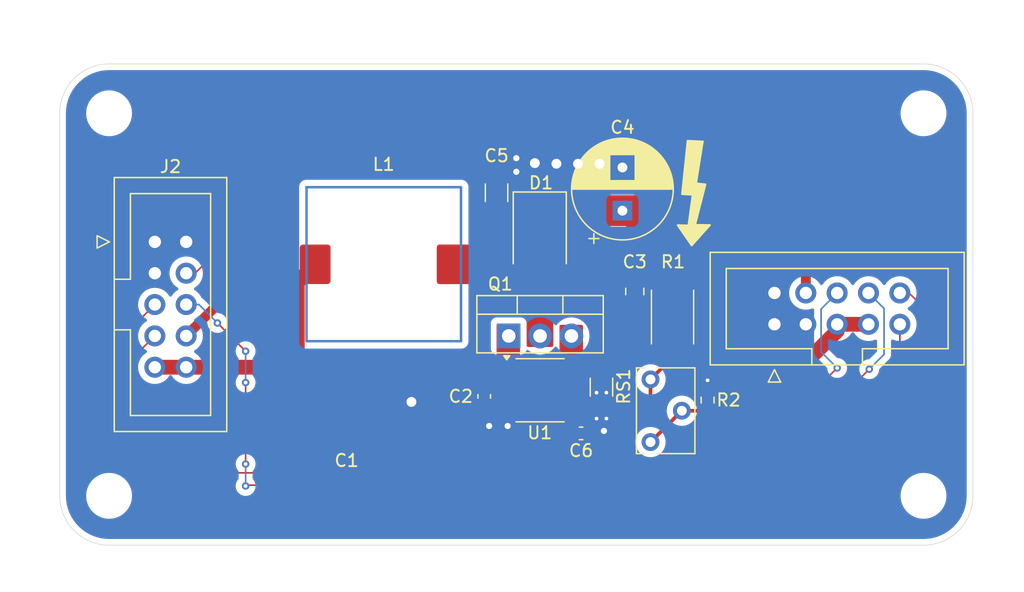
<source format=kicad_pcb>
(kicad_pcb (version 20240108) (generator "pcbnew") (generator_version "8.0")
  (title_block (title "Power Supply PCB") (date "2024-06-06") (rev "0.1.1"))
  (layers (0 "F.Cu" signal) (31 "B.Cu" signal) (34 "B.Paste" user) (35 "F.Paste" user) (36 "B.SilkS" user "B.Silkscreen") (37 "F.SilkS" user "F.Silkscreen") (38 "B.Mask" user) (39 "F.Mask" user) (44 "Edge.Cuts" user))
  (net 0 "")
  (net 1 "GND")
  (net 2 "VBUS")
  (net 3 "170V")
  (net 4 "FB")
  (net 5 "/REF_BYPASS")
  (net 6 "/DRAIN")
  (net 7 "/GATE_DRIVE")
  (net 8 "/CURRENT_SENSE")
  (net 9 "/FB_PD")
  (net 10 "LATCH")
  (net 11 "SER")
  (net 12 "CLK")
  (net 13 "+3V3")
  (net 14 "OE")
  (footprint "Package_SO:SO-8_3.9x4.9mm_P1.27mm" (layer "F.Cu") (at 154.925 92.445)
    (property "Reference" "U1" (at -0.025 3.445 0) (layer "F.SilkS") (effects (font (thickness 0.153))))
    (property "Value" "MAX1771ESA+T" (hide yes))
    (fp_line (start 0 -2.56) (end -1.95 -2.56) (stroke (width 0.12)) (layer "F.SilkS"))
    (fp_line (start 0 -2.56) (end 1.95 -2.56) (stroke (width 0.12)) (layer "F.SilkS"))
    (fp_line (start 0 2.56) (end -1.95 2.56) (stroke (width 0.12)) (layer "F.SilkS"))
    (fp_line (start 0 2.56) (end 1.95 2.56) (stroke (width 0.12)) (layer "F.SilkS"))
    (fp_poly (pts (xy -2.7 -2.465) (xy -2.94 -2.795) (xy -2.46 -2.795) (xy -2.7 -2.465)) (stroke (width 0.12)) (fill solid) (layer "F.SilkS"))
    (pad "1" smd roundrect (at -2.575 -1.905) (size 1.75 0.6) (layers "F.Cu" "F.Paste" "F.Mask") (net 7 "/GATE_DRIVE"))
    (pad "2" smd roundrect (at -2.575 -0.635) (size 1.75 0.6) (layers "F.Cu" "F.Paste" "F.Mask") (net 2 "VBUS"))
    (pad "3" smd roundrect (at -2.575 0.635) (size 1.75 0.6) (layers "F.Cu" "F.Paste" "F.Mask") (net 4 "FB"))
    (pad "4" smd roundrect (at -2.575 1.905) (size 1.75 0.6) (layers "F.Cu" "F.Paste" "F.Mask") (net 1 "GND"))
    (pad "5" smd roundrect (at 2.575 1.905) (size 1.75 0.6) (layers "F.Cu" "F.Paste" "F.Mask") (net 5 "/REF_BYPASS"))
    (pad "6" smd roundrect (at 2.575 0.635) (size 1.75 0.6) (layers "F.Cu" "F.Paste" "F.Mask") (net 1 "GND"))
    (pad "7" smd roundrect (at 2.575 -0.635) (size 1.75 0.6) (layers "F.Cu" "F.Paste" "F.Mask") (net 1 "GND"))
    (pad "8" smd roundrect (at 2.575 -1.905) (size 1.75 0.6) (layers "F.Cu" "F.Paste" "F.Mask") (net 8 "/CURRENT_SENSE"))
  )
  (footprint "MountingHole:MountingHole_3.2mm_M3" (layer "F.Cu") (at 120 70)
    (property "Reference" "H1" (hide yes))
    (property "Value" "MountingHole" (hide yes))
    (pad "" np_thru_hole circle (at 0 0) (size 3.2 3.2) (drill 3.2) (layers "*.Cu" "*.Mask"))
  )
  (footprint "MountingHole:MountingHole_3.2mm_M3" (layer "F.Cu") (at 186 70)
    (property "Reference" "H2" (hide yes))
    (property "Value" "MountingHole" (hide yes))
    (pad "" np_thru_hole circle (at 0 0) (size 3.2 3.2) (drill 3.2) (layers "*.Cu" "*.Mask"))
  )
  (footprint "Custom:EEE-FN1E680P" (layer "F.Cu") (at 139.4 93.44 -90)
    (property "Reference" "C1" (at 4.7 0.15 0) (layer "F.SilkS") (effects (font (thickness 0.153))))
    (property "Value" "68u" (hide yes))
    (pad "1" smd roundrect (at 0 2.5 270) (size 1.6 3.2) (layers "F.Cu" "F.Paste" "F.Mask") (roundrect_rratio 0.1) (net 2 "VBUS"))
    (pad "2" smd roundrect (at 0 -2.5 270) (size 1.6 3.2) (layers "F.Cu" "F.Paste" "F.Mask") (roundrect_rratio 0.1) (net 1 "GND"))
  )
  (footprint "Capacitor_SMD:C_1206_3216Metric" (layer "F.Cu") (at 151.4 76.44 90)
    (property "Reference" "C5" (at 3 0 0) (layer "F.SilkS") (effects (font (thickness 0.153))))
    (property "Value" "100n/250v" (hide yes))
    (fp_line (start -0.711252 -0.91) (end 0.711252 -0.91) (stroke (width 0.12)) (layer "F.SilkS"))
    (fp_line (start -0.711252 0.91) (end 0.711252 0.91) (stroke (width 0.12)) (layer "F.SilkS"))
    (pad "1" smd roundrect (at -1.475 0 90) (size 1.15 1.8) (layers "F.Cu" "F.Paste" "F.Mask") (roundrect_rratio 0.217391) (net 3 "170V"))
    (pad "2" smd roundrect (at 1.475 0 90) (size 1.15 1.8) (layers "F.Cu" "F.Paste" "F.Mask") (roundrect_rratio 0.217391) (net 1 "GND"))
  )
  (footprint "Package_TO_SOT_THT:TO-220-3_Vertical" (layer "F.Cu") (at 152.385 88.045)
    (property "Reference" "Q1" (at -0.685 -4.205 0) (layer "F.SilkS") (effects (font (thickness 0.153))))
    (property "Value" "IRF644PBF" (hide yes))
    (fp_line (start -2.58 -3.27) (end -2.58 1.371) (stroke (width 0.12)) (layer "F.SilkS"))
    (fp_line (start -2.58 -3.27) (end 7.66 -3.27) (stroke (width 0.12)) (layer "F.SilkS"))
    (fp_line (start -2.58 -1.76) (end 7.66 -1.76) (stroke (width 0.12)) (layer "F.SilkS"))
    (fp_line (start -2.58 1.371) (end 7.66 1.371) (stroke (width 0.12)) (layer "F.SilkS"))
    (fp_line (start 0.69 -3.27) (end 0.69 -1.76) (stroke (width 0.12)) (layer "F.SilkS"))
    (fp_line (start 4.391 -3.27) (end 4.391 -1.76) (stroke (width 0.12)) (layer "F.SilkS"))
    (fp_line (start 7.66 -3.27) (end 7.66 1.371) (stroke (width 0.12)) (layer "F.SilkS"))
    (pad "1" thru_hole rect (at 0 0) (size 1.905 2) (drill 1.1) (layers "*.Cu" "*.Mask") (net 7 "/GATE_DRIVE"))
    (pad "2" thru_hole oval (at 2.54 0) (size 1.905 2) (drill 1.1) (layers "*.Cu" "*.Mask") (net 6 "/DRAIN"))
    (pad "3" thru_hole oval (at 5.08 0) (size 1.905 2) (drill 1.1) (layers "*.Cu" "*.Mask") (net 8 "/CURRENT_SENSE"))
  )
  (footprint "Connector_IDC:IDC-Header_2x05_P2.54mm_Vertical" (layer "F.Cu") (at 123.7075 80.42)
    (property "Reference" "J2" (at 1.27 -6.1 0) (layer "F.SilkS") (effects (font (thickness 0.153))))
    (property "Value" "Conn_01x10_Pin" (hide yes))
    (fp_line (start -4.68 -0.5) (end -4.68 0.5) (stroke (width 0.12)) (layer "F.SilkS"))
    (fp_line (start -4.68 0.5) (end -3.68 0) (stroke (width 0.12)) (layer "F.SilkS"))
    (fp_line (start -3.68 0) (end -4.68 -0.5) (stroke (width 0.12)) (layer "F.SilkS"))
    (fp_line (start -3.29 -5.21) (end 5.83 -5.21) (stroke (width 0.12)) (layer "F.SilkS"))
    (fp_line (start -3.29 3.03) (end -1.98 3.03) (stroke (width 0.12)) (layer "F.SilkS"))
    (fp_line (start -3.29 15.37) (end -3.29 -5.21) (stroke (width 0.12)) (layer "F.SilkS"))
    (fp_line (start -1.98 -3.91) (end 4.52 -3.91) (stroke (width 0.12)) (layer "F.SilkS"))
    (fp_line (start -1.98 3.03) (end -1.98 -3.91) (stroke (width 0.12)) (layer "F.SilkS"))
    (fp_line (start -1.98 7.13) (end -3.29 7.13) (stroke (width 0.12)) (layer "F.SilkS"))
    (fp_line (start -1.98 7.13) (end -1.98 7.13) (stroke (width 0.12)) (layer "F.SilkS"))
    (fp_line (start -1.98 14.07) (end -1.98 7.13) (stroke (width 0.12)) (layer "F.SilkS"))
    (fp_line (start 4.52 -3.91) (end 4.52 14.07) (stroke (width 0.12)) (layer "F.SilkS"))
    (fp_line (start 4.52 14.07) (end -1.98 14.07) (stroke (width 0.12)) (layer "F.SilkS"))
    (fp_line (start 5.83 -5.21) (end 5.83 15.37) (stroke (width 0.12)) (layer "F.SilkS"))
    (fp_line (start 5.83 15.37) (end -3.29 15.37) (stroke (width 0.12)) (layer "F.SilkS"))
    (pad "1" thru_hole roundrect (at 0 0) (size 1.7 1.7) (drill 1) (layers "*.Cu" "*.Mask") (roundrect_rratio 0.147059) (net 1 "GND"))
    (pad "2" thru_hole circle (at 2.54 0) (size 1.7 1.7) (drill 1) (layers "*.Cu" "*.Mask") (net 1 "GND"))
    (pad "3" thru_hole circle (at 0 2.54) (size 1.7 1.7) (drill 1) (layers "*.Cu" "*.Mask") (net 1 "GND"))
    (pad "4" thru_hole circle (at 2.54 2.54) (size 1.7 1.7) (drill 1) (layers "*.Cu" "*.Mask") (net 10 "LATCH"))
    (pad "5" thru_hole circle (at 0 5.08) (size 1.7 1.7) (drill 1) (layers "*.Cu" "*.Mask") (net 12 "CLK"))
    (pad "6" thru_hole circle (at 2.54 5.08) (size 1.7 1.7) (drill 1) (layers "*.Cu" "*.Mask") (net 14 "OE"))
    (pad "7" thru_hole circle (at 0 7.62) (size 1.7 1.7) (drill 1) (layers "*.Cu" "*.Mask") (net 11 "SER"))
    (pad "8" thru_hole circle (at 2.54 7.62) (size 1.7 1.7) (drill 1) (layers "*.Cu" "*.Mask") (net 13 "+3V3"))
    (pad "9" thru_hole circle (at 0 10.16) (size 1.7 1.7) (drill 1) (layers "*.Cu" "*.Mask") (net 2 "VBUS"))
    (pad "10" thru_hole circle (at 2.54 10.16) (size 1.7 1.7) (drill 1) (layers "*.Cu" "*.Mask") (net 2 "VBUS"))
  )
  (footprint "Resistor_SMD:R_2512_6332Metric" (layer "F.Cu") (at 165.66 86.51 90)
    (property "Reference" "R1" (at 4.47 0.04 0) (layer "F.SilkS") (effects (font (thickness 0.153))))
    (property "Value" "1M5" (hide yes))
    (fp_line (start -2.177064 -1.71) (end 2.177064 -1.71) (stroke (width 0.12)) (layer "F.SilkS"))
    (fp_line (start -2.177064 1.71) (end 2.177064 1.71) (stroke (width 0.12)) (layer "F.SilkS"))
    (pad "1" smd roundrect (at -2.9625 0 90) (size 1.225 3.35) (layers "F.Cu" "F.Paste" "F.Mask") (roundrect_rratio 0.204082) (net 4 "FB"))
    (pad "2" smd roundrect (at 2.9625 0 90) (size 1.225 3.35) (layers "F.Cu" "F.Paste" "F.Mask") (roundrect_rratio 0.204082) (net 3 "170V"))
  )
  (footprint "Capacitor_SMD:C_0603_1608Metric" (layer "F.Cu") (at 158.25 95.94)
    (property "Reference" "C6" (at 0 1.4 0) (layer "F.SilkS") (effects (font (thickness 0.153))))
    (property "Value" "100n" (hide yes))
    (fp_line (start -0.14058 -0.51) (end 0.14058 -0.51) (stroke (width 0.12)) (layer "F.SilkS"))
    (fp_line (start -0.14058 0.51) (end 0.14058 0.51) (stroke (width 0.12)) (layer "F.SilkS"))
    (pad "1" smd roundrect (at -0.775 0) (size 0.9 0.95) (layers "F.Cu" "F.Paste" "F.Mask") (net 5 "/REF_BYPASS"))
    (pad "2" smd roundrect (at 0.775 0) (size 0.9 0.95) (layers "F.Cu" "F.Paste" "F.Mask") (net 1 "GND"))
  )
  (footprint "Resistor_SMD:R_1206_3216Metric_Pad1.30x1.75mm_HandSolder" (layer "F.Cu") (at 159.9 92.19 -90)
    (property "Reference" "RS1" (at -0.05 -1.8 -90) (layer "F.SilkS") (effects (font (thickness 0.153))))
    (property "Value" "0.05R" (hide yes))
    (fp_line (start -0.727064 0.91) (end 0.727064 0.91) (stroke (width 0.12)) (layer "F.SilkS"))
    (fp_line (start -0.727064 -0.91) (end 0.727064 -0.91) (stroke (width 0.12)) (layer "F.SilkS"))
    (pad "1" smd roundrect (at -1.55 0 270) (size 1.3 1.75) (layers "F.Cu" "F.Paste" "F.Mask") (roundrect_rratio 0.192308) (net 8 "/CURRENT_SENSE"))
    (pad "2" smd roundrect (at 1.55 0 270) (size 1.3 1.75) (layers "F.Cu" "F.Paste" "F.Mask") (roundrect_rratio 0.192308) (net 1 "GND"))
  )
  (footprint "MountingHole:MountingHole_3.2mm_M3" (layer "F.Cu") (at 120 101)
    (property "Reference" "H4" (hide yes))
    (property "Value" "MountingHole" (hide yes))
    (pad "" np_thru_hole circle (at 0 0) (size 3.2 3.2) (drill 3.2) (layers "*.Cu" "*.Mask"))
  )
  (footprint "MountingHole:MountingHole_3.2mm_M3" (layer "F.Cu") (at 186 101)
    (property "Reference" "H3" (hide yes))
    (property "Value" "MountingHole" (hide yes))
    (pad "" np_thru_hole circle (at 0 0) (size 3.2 3.2) (drill 3.2) (layers "*.Cu" "*.Mask"))
  )
  (footprint "Capacitor_SMD:C_0805_2012Metric" (layer "F.Cu") (at 162.6 84.44 90)
    (property "Reference" "C3" (at 2.4 0 0) (layer "F.SilkS") (effects (font (thickness 0.153))))
    (property "Value" "100p/250v" (hide yes))
    (fp_line (start -0.261252 -0.735) (end 0.261252 -0.735) (stroke (width 0.12)) (layer "F.SilkS"))
    (fp_line (start -0.261252 0.735) (end 0.261252 0.735) (stroke (width 0.12)) (layer "F.SilkS"))
    (pad "1" smd roundrect (at -0.95 0 90) (size 1 1.45) (layers "F.Cu" "F.Paste" "F.Mask") (net 4 "FB"))
    (pad "2" smd roundrect (at 0.95 0 90) (size 1 1.45) (layers "F.Cu" "F.Paste" "F.Mask") (net 3 "170V"))
  )
  (footprint "Diode_SMD:D_SMB" (layer "F.Cu") (at 154.9 80.04 -90)
    (property "Reference" "D1" (at -4.4 -0.1 180) (layer "F.SilkS") (effects (font (thickness 0.153))))
    (property "Value" "ES2F-E3/5BT" (hide yes))
    (fp_line (start -3.66 2.15) (end 2.15 2.15) (stroke (width 0.12)) (layer "F.SilkS"))
    (fp_line (start -3.66 -2.15) (end -3.66 2.15) (stroke (width 0.12)) (layer "F.SilkS"))
    (fp_line (start -3.66 -2.15) (end 2.15 -2.15) (stroke (width 0.12)) (layer "F.SilkS"))
    (pad "1" smd roundrect (at -2.15 0 270) (size 2.5 2.3) (layers "F.Cu" "F.Paste" "F.Mask") (roundrect_rratio 0.1086956522) (net 3 "170V"))
    (pad "2" smd roundrect (at 2.15 0 270) (size 2.5 2.3) (layers "F.Cu" "F.Paste" "F.Mask") (roundrect_rratio 0.1086956522) (net 6 "/DRAIN"))
  )
  (footprint "Custom:SMDRS1275-101N" (layer "F.Cu") (at 142.25 82.24)
    (property "Reference" "L1" (at 0 -8.1 0) (layer "F.SilkS") (effects (font (thickness 0.153))))
    (property "Value" "100uH" (hide yes))
    (pad "1" smd roundrect (at -5.55 0) (size 2.5 3.2) (layers "F.Cu" "F.Paste" "F.Mask") (roundrect_rratio 0.1) (net 2 "VBUS"))
    (pad "2" smd roundrect (at 5.55 0) (size 2.5 3.2) (layers "F.Cu" "F.Paste" "F.Mask") (roundrect_rratio 0.1) (net 6 "/DRAIN"))
  )
  (footprint "Connector_IDC:IDC-Header_2x05_P2.54mm_Vertical" (layer "F.Cu") (at 173.92 87.1 90)
    (property "Reference" "J3" (hide yes))
    (property "Value" "Conn_01x10_Pin" (hide yes))
    (fp_line (start 5.83 -5.21) (end 5.83 15.37) (stroke (width 0.12)) (layer "F.SilkS"))
    (fp_line (start -3.29 -5.21) (end 5.83 -5.21) (stroke (width 0.12)) (layer "F.SilkS"))
    (fp_line (start 4.52 -3.91) (end 4.52 14.07) (stroke (width 0.12)) (layer "F.SilkS"))
    (fp_line (start -1.98 -3.91) (end 4.52 -3.91) (stroke (width 0.12)) (layer "F.SilkS"))
    (fp_line (start -4.68 -0.5) (end -4.68 0.5) (stroke (width 0.12)) (layer "F.SilkS"))
    (fp_line (start -3.68 0) (end -4.68 -0.5) (stroke (width 0.12)) (layer "F.SilkS"))
    (fp_line (start -4.68 0.5) (end -3.68 0) (stroke (width 0.12)) (layer "F.SilkS"))
    (fp_line (start -1.98 3.03) (end -1.98 -3.91) (stroke (width 0.12)) (layer "F.SilkS"))
    (fp_line (start -3.29 3.03) (end -1.98 3.03) (stroke (width 0.12)) (layer "F.SilkS"))
    (fp_line (start -1.98 7.13) (end -1.98 7.13) (stroke (width 0.12)) (layer "F.SilkS"))
    (fp_line (start -1.98 7.13) (end -3.29 7.13) (stroke (width 0.12)) (layer "F.SilkS"))
    (fp_line (start 4.52 14.07) (end -1.98 14.07) (stroke (width 0.12)) (layer "F.SilkS"))
    (fp_line (start -1.98 14.07) (end -1.98 7.13) (stroke (width 0.12)) (layer "F.SilkS"))
    (fp_line (start 5.83 15.37) (end -3.29 15.37) (stroke (width 0.12)) (layer "F.SilkS"))
    (fp_line (start -3.29 15.37) (end -3.29 -5.21) (stroke (width 0.12)) (layer "F.SilkS"))
    (pad "1" thru_hole roundrect (at 0 0 90) (size 1.7 1.7) (drill 1) (layers "*.Cu" "*.Mask") (roundrect_rratio 0.147059) (net 1 "GND"))
    (pad "2" thru_hole circle (at 2.54 0 90) (size 1.7 1.7) (drill 1) (layers "*.Cu" "*.Mask") (net 1 "GND"))
    (pad "3" thru_hole circle (at 0 2.54 90) (size 1.7 1.7) (drill 1) (layers "*.Cu" "*.Mask") (net 1 "GND"))
    (pad "4" thru_hole circle (at 2.54 2.54 90) (size 1.7 1.7) (drill 1) (layers "*.Cu" "*.Mask") (net 13 "+3V3"))
    (pad "5" thru_hole circle (at 0 5.08 90) (size 1.7 1.7) (drill 1) (layers "*.Cu" "*.Mask") (net 3 "170V"))
    (pad "6" thru_hole circle (at 2.54 5.08 90) (size 1.7 1.7) (drill 1) (layers "*.Cu" "*.Mask") (net 11 "SER"))
    (pad "7" thru_hole circle (at 0 7.62 90) (size 1.7 1.7) (drill 1) (layers "*.Cu" "*.Mask") (net 3 "170V"))
    (pad "8" thru_hole circle (at 2.54 7.62 90) (size 1.7 1.7) (drill 1) (layers "*.Cu" "*.Mask") (net 14 "OE"))
    (pad "9" thru_hole circle (at 0 10.16 90) (size 1.7 1.7) (drill 1) (layers "*.Cu" "*.Mask") (net 12 "CLK"))
    (pad "10" thru_hole circle (at 2.54 10.16 90) (size 1.7 1.7) (drill 1) (layers "*.Cu" "*.Mask") (net 10 "LATCH"))
  )
  (footprint "Resistor_SMD:R_0603_1608Metric" (layer "F.Cu") (at 168.5 93.24 90)
    (property "Reference" "R2" (at 0 1.7 0) (layer "F.SilkS") (effects (font (thickness 0.153))))
    (property "Value" "10k" (hide yes))
    (fp_line (start -0.237258 -0.5225) (end 0.237258 -0.5225) (stroke (width 0.12)) (layer "F.SilkS"))
    (fp_line (start -0.237258 0.5225) (end 0.237258 0.5225) (stroke (width 0.12)) (layer "F.SilkS"))
    (pad "1" smd roundrect (at -0.825 0 90) (size 0.8 0.95) (layers "F.Cu" "F.Paste" "F.Mask") (net 9 "/FB_PD"))
    (pad "2" smd roundrect (at 0.825 0 90) (size 0.8 0.95) (layers "F.Cu" "F.Paste" "F.Mask") (net 1 "GND"))
  )
  (footprint "Capacitor_SMD:C_0603_1608Metric" (layer "F.Cu") (at 150.4 92.94 -90)
    (property "Reference" "C2" (at 0 1.9 180) (layer "F.SilkS") (effects (font (thickness 0.153))))
    (property "Value" "1u" (hide yes))
    (fp_line (start -0.14058 0.51) (end 0.14058 0.51) (stroke (width 0.12)) (layer "F.SilkS"))
    (fp_line (start -0.14058 -0.51) (end 0.14058 -0.51) (stroke (width 0.12)) (layer "F.SilkS"))
    (pad "1" smd roundrect (at -0.775 0 270) (size 0.9 0.95) (layers "F.Cu" "F.Paste" "F.Mask") (net 2 "VBUS"))
    (pad "2" smd roundrect (at 0.775 0 270) (size 0.9 0.95) (layers "F.Cu" "F.Paste" "F.Mask") (net 1 "GND"))
  )
  (footprint "Capacitor_THT:CP_Radial_D8.0mm_P3.50mm" (layer "F.Cu") (at 161.6 77.892651 90)
    (property "Reference" "C4" (at 6.752651 0 0) (layer "F.SilkS") (effects (font (thickness 0.153))))
    (property "Value" "4.7u/250v" (hide yes))
    (fp_line (start 1.83 -4.08) (end 1.83 4.08) (stroke (width 0.12)) (layer "F.SilkS"))
    (fp_line (start 1.79 -4.08) (end 1.79 4.08) (stroke (width 0.12)) (layer "F.SilkS"))
    (fp_line (start 1.75 -4.08) (end 1.75 4.08) (stroke (width 0.12)) (layer "F.SilkS"))
    (fp_line (start 1.87 -4.079) (end 1.87 4.079) (stroke (width 0.12)) (layer "F.SilkS"))
    (fp_line (start 1.91 -4.077) (end 1.91 4.077) (stroke (width 0.12)) (layer "F.SilkS"))
    (fp_line (start 1.95 -4.076) (end 1.95 4.076) (stroke (width 0.12)) (layer "F.SilkS"))
    (fp_line (start 1.99 -4.074) (end 1.99 4.074) (stroke (width 0.12)) (layer "F.SilkS"))
    (fp_line (start 2.03 -4.071) (end 2.03 4.071) (stroke (width 0.12)) (layer "F.SilkS"))
    (fp_line (start 2.07 -4.068) (end 2.07 4.068) (stroke (width 0.12)) (layer "F.SilkS"))
    (fp_line (start 2.11 -4.065) (end 2.11 4.065) (stroke (width 0.12)) (layer "F.SilkS"))
    (fp_line (start 2.15 -4.061) (end 2.15 4.061) (stroke (width 0.12)) (layer "F.SilkS"))
    (fp_line (start 2.19 -4.057) (end 2.19 4.057) (stroke (width 0.12)) (layer "F.SilkS"))
    (fp_line (start 2.23 -4.052) (end 2.23 4.052) (stroke (width 0.12)) (layer "F.SilkS"))
    (fp_line (start 2.27 -4.048) (end 2.27 4.048) (stroke (width 0.12)) (layer "F.SilkS"))
    (fp_line (start 2.31 -4.042) (end 2.31 4.042) (stroke (width 0.12)) (layer "F.SilkS"))
    (fp_line (start 2.35 -4.037) (end 2.35 4.037) (stroke (width 0.12)) (layer "F.SilkS"))
    (fp_line (start 2.39 -4.03) (end 2.39 4.03) (stroke (width 0.12)) (layer "F.SilkS"))
    (fp_line (start 2.43 -4.024) (end 2.43 4.024) (stroke (width 0.12)) (layer "F.SilkS"))
    (fp_line (start 2.471 -4.017) (end 2.471 -1.04) (stroke (width 0.12)) (layer "F.SilkS"))
    (fp_line (start 2.511 -4.01) (end 2.511 -1.04) (stroke (width 0.12)) (layer "F.SilkS"))
    (fp_line (start 2.551 -4.002) (end 2.551 -1.04) (stroke (width 0.12)) (layer "F.SilkS"))
    (fp_line (start 2.591 -3.994) (end 2.591 -1.04) (stroke (width 0.12)) (layer "F.SilkS"))
    (fp_line (start 2.631 -3.985) (end 2.631 -1.04) (stroke (width 0.12)) (layer "F.SilkS"))
    (fp_line (start 2.671 -3.976) (end 2.671 -1.04) (stroke (width 0.12)) (layer "F.SilkS"))
    (fp_line (start 2.711 -3.967) (end 2.711 -1.04) (stroke (width 0.12)) (layer "F.SilkS"))
    (fp_line (start 2.751 -3.957) (end 2.751 -1.04) (stroke (width 0.12)) (layer "F.SilkS"))
    (fp_line (start 2.791 -3.947) (end 2.791 -1.04) (stroke (width 0.12)) (layer "F.SilkS"))
    (fp_line (start 2.831 -3.936) (end 2.831 -1.04) (stroke (width 0.12)) (layer "F.SilkS"))
    (fp_line (start 2.871 -3.925) (end 2.871 -1.04) (stroke (width 0.12)) (layer "F.SilkS"))
    (fp_line (start 2.911 -3.914) (end 2.911 -1.04) (stroke (width 0.12)) (layer "F.SilkS"))
    (fp_line (start 2.951 -3.902) (end 2.951 -1.04) (stroke (width 0.12)) (layer "F.SilkS"))
    (fp_line (start 2.991 -3.889) (end 2.991 -1.04) (stroke (width 0.12)) (layer "F.SilkS"))
    (fp_line (start 3.031 -3.877) (end 3.031 -1.04) (stroke (width 0.12)) (layer "F.SilkS"))
    (fp_line (start 3.071 -3.863) (end 3.071 -1.04) (stroke (width 0.12)) (layer "F.SilkS"))
    (fp_line (start 3.111 -3.85) (end 3.111 -1.04) (stroke (width 0.12)) (layer "F.SilkS"))
    (fp_line (start 3.151 -3.835) (end 3.151 -1.04) (stroke (width 0.12)) (layer "F.SilkS"))
    (fp_line (start 3.191 -3.821) (end 3.191 -1.04) (stroke (width 0.12)) (layer "F.SilkS"))
    (fp_line (start 3.231 -3.805) (end 3.231 -1.04) (stroke (width 0.12)) (layer "F.SilkS"))
    (fp_line (start 3.271 -3.79) (end 3.271 -1.04) (stroke (width 0.12)) (layer "F.SilkS"))
    (fp_line (start 3.311 -3.774) (end 3.311 -1.04) (stroke (width 0.12)) (layer "F.SilkS"))
    (fp_line (start 3.351 -3.757) (end 3.351 -1.04) (stroke (width 0.12)) (layer "F.SilkS"))
    (fp_line (start 3.391 -3.74) (end 3.391 -1.04) (stroke (width 0.12)) (layer "F.SilkS"))
    (fp_line (start 3.431 -3.722) (end 3.431 -1.04) (stroke (width 0.12)) (layer "F.SilkS"))
    (fp_line (start 3.471 -3.704) (end 3.471 -1.04) (stroke (width 0.12)) (layer "F.SilkS"))
    (fp_line (start 3.511 -3.686) (end 3.511 -1.04) (stroke (width 0.12)) (layer "F.SilkS"))
    (fp_line (start 3.551 -3.666) (end 3.551 -1.04) (stroke (width 0.12)) (layer "F.SilkS"))
    (fp_line (start 3.591 -3.647) (end 3.591 -1.04) (stroke (width 0.12)) (layer "F.SilkS"))
    (fp_line (start 3.631 -3.627) (end 3.631 -1.04) (stroke (width 0.12)) (layer "F.SilkS"))
    (fp_line (start 3.671 -3.606) (end 3.671 -1.04) (stroke (width 0.12)) (layer "F.SilkS"))
    (fp_line (start 3.711 -3.584) (end 3.711 -1.04) (stroke (width 0.12)) (layer "F.SilkS"))
    (fp_line (start 3.751 -3.562) (end 3.751 -1.04) (stroke (width 0.12)) (layer "F.SilkS"))
    (fp_line (start 3.791 -3.54) (end 3.791 -1.04) (stroke (width 0.12)) (layer "F.SilkS"))
    (fp_line (start 3.831 -3.517) (end 3.831 -1.04) (stroke (width 0.12)) (layer "F.SilkS"))
    (fp_line (start 3.871 -3.493) (end 3.871 -1.04) (stroke (width 0.12)) (layer "F.SilkS"))
    (fp_line (start 3.911 -3.469) (end 3.911 -1.04) (stroke (width 0.12)) (layer "F.SilkS"))
    (fp_line (start 3.951 -3.444) (end 3.951 -1.04) (stroke (width 0.12)) (layer "F.SilkS"))
    (fp_line (start 3.991 -3.418) (end 3.991 -1.04) (stroke (width 0.12)) (layer "F.SilkS"))
    (fp_line (start 4.031 -3.392) (end 4.031 -1.04) (stroke (width 0.12)) (layer "F.SilkS"))
    (fp_line (start 4.071 -3.365) (end 4.071 -1.04) (stroke (width 0.12)) (layer "F.SilkS"))
    (fp_line (start 4.111 -3.338) (end 4.111 -1.04) (stroke (width 0.12)) (layer "F.SilkS"))
    (fp_line (start 4.151 -3.309) (end 4.151 -1.04) (stroke (width 0.12)) (layer "F.SilkS"))
    (fp_line (start 4.191 -3.28) (end 4.191 -1.04) (stroke (width 0.12)) (layer "F.SilkS"))
    (fp_line (start 4.231 -3.25) (end 4.231 -1.04) (stroke (width 0.12)) (layer "F.SilkS"))
    (fp_line (start 4.271 -3.22) (end 4.271 -1.04) (stroke (width 0.12)) (layer "F.SilkS"))
    (fp_line (start 4.311 -3.189) (end 4.311 -1.04) (stroke (width 0.12)) (layer "F.SilkS"))
    (fp_line (start 4.351 -3.156) (end 4.351 -1.04) (stroke (width 0.12)) (layer "F.SilkS"))
    (fp_line (start 4.391 -3.124) (end 4.391 -1.04) (stroke (width 0.12)) (layer "F.SilkS"))
    (fp_line (start 4.431 -3.09) (end 4.431 -1.04) (stroke (width 0.12)) (layer "F.SilkS"))
    (fp_line (start 4.471 -3.055) (end 4.471 -1.04) (stroke (width 0.12)) (layer "F.SilkS"))
    (fp_line (start 4.511 -3.019) (end 4.511 -1.04) (stroke (width 0.12)) (layer "F.SilkS"))
    (fp_line (start 4.551 -2.983) (end 4.551 2.983) (stroke (width 0.12)) (layer "F.SilkS"))
    (fp_line (start 4.591 -2.945) (end 4.591 2.945) (stroke (width 0.12)) (layer "F.SilkS"))
    (fp_line (start 4.631 -2.907) (end 4.631 2.907) (stroke (width 0.12)) (layer "F.SilkS"))
    (fp_line (start 4.671 -2.867) (end 4.671 2.867) (stroke (width 0.12)) (layer "F.SilkS"))
    (fp_line (start 4.711 -2.826) (end 4.711 2.826) (stroke (width 0.12)) (layer "F.SilkS"))
    (fp_line (start 4.751 -2.784) (end 4.751 2.784) (stroke (width 0.12)) (layer "F.SilkS"))
    (fp_line (start 4.791 -2.741) (end 4.791 2.741) (stroke (width 0.12)) (layer "F.SilkS"))
    (fp_line (start -2.259698 -2.715) (end -2.259698 -1.915) (stroke (width 0.12)) (layer "F.SilkS"))
    (fp_line (start 4.831 -2.697) (end 4.831 2.697) (stroke (width 0.12)) (layer "F.SilkS"))
    (fp_line (start 4.871 -2.651) (end 4.871 2.651) (stroke (width 0.12)) (layer "F.SilkS"))
    (fp_line (start 4.911 -2.604) (end 4.911 2.604) (stroke (width 0.12)) (layer "F.SilkS"))
    (fp_line (start 4.951 -2.556) (end 4.951 2.556) (stroke (width 0.12)) (layer "F.SilkS"))
    (fp_line (start 4.991 -2.505) (end 4.991 2.505) (stroke (width 0.12)) (layer "F.SilkS"))
    (fp_line (start 5.031 -2.454) (end 5.031 2.454) (stroke (width 0.12)) (layer "F.SilkS"))
    (fp_line (start 5.071 -2.4) (end 5.071 2.4) (stroke (width 0.12)) (layer "F.SilkS"))
    (fp_line (start 5.111 -2.345) (end 5.111 2.345) (stroke (width 0.12)) (layer "F.SilkS"))
    (fp_line (start -2.659698 -2.315) (end -1.859698 -2.315) (stroke (width 0.12)) (layer "F.SilkS"))
    (fp_line (start 5.151 -2.287) (end 5.151 2.287) (stroke (width 0.12)) (layer "F.SilkS"))
    (fp_line (start 5.191 -2.228) (end 5.191 2.228) (stroke (width 0.12)) (layer "F.SilkS"))
    (fp_line (start 5.231 -2.166) (end 5.231 2.166) (stroke (width 0.12)) (layer "F.SilkS"))
    (fp_line (start 5.271 -2.102) (end 5.271 2.102) (stroke (width 0.12)) (layer "F.SilkS"))
    (fp_line (start 5.311 -2.034) (end 5.311 2.034) (stroke (width 0.12)) (layer "F.SilkS"))
    (fp_line (start 5.351 -1.964) (end 5.351 1.964) (stroke (width 0.12)) (layer "F.SilkS"))
    (fp_line (start 5.391 -1.89) (end 5.391 1.89) (stroke (width 0.12)) (layer "F.SilkS"))
    (fp_line (start 5.431 -1.813) (end 5.431 1.813) (stroke (width 0.12)) (layer "F.SilkS"))
    (fp_line (start 5.471 -1.731) (end 5.471 1.731) (stroke (width 0.12)) (layer "F.SilkS"))
    (fp_line (start 5.511 -1.645) (end 5.511 1.645) (stroke (width 0.12)) (layer "F.SilkS"))
    (fp_line (start 5.551 -1.552) (end 5.551 1.552) (stroke (width 0.12)) (layer "F.SilkS"))
    (fp_line (start 5.591 -1.453) (end 5.591 1.453) (stroke (width 0.12)) (layer "F.SilkS"))
    (fp_line (start 5.631 -1.346) (end 5.631 1.346) (stroke (width 0.12)) (layer "F.SilkS"))
    (fp_line (start 5.671 -1.229) (end 5.671 1.229) (stroke (width 0.12)) (layer "F.SilkS"))
    (fp_line (start 5.711 -1.098) (end 5.711 1.098) (stroke (width 0.12)) (layer "F.SilkS"))
    (fp_line (start 5.751 -0.948) (end 5.751 0.948) (stroke (width 0.12)) (layer "F.SilkS"))
    (fp_line (start 5.791 -0.768) (end 5.791 0.768) (stroke (width 0.12)) (layer "F.SilkS"))
    (fp_line (start 5.831 -0.533) (end 5.831 0.533) (stroke (width 0.12)) (layer "F.SilkS"))
    (fp_line (start 4.511 1.04) (end 4.511 3.019) (stroke (width 0.12)) (layer "F.SilkS"))
    (fp_line (start 4.471 1.04) (end 4.471 3.055) (stroke (width 0.12)) (layer "F.SilkS"))
    (fp_line (start 4.431 1.04) (end 4.431 3.09) (stroke (width 0.12)) (layer "F.SilkS"))
    (fp_line (start 4.391 1.04) (end 4.391 3.124) (stroke (width 0.12)) (layer "F.SilkS"))
    (fp_line (start 4.351 1.04) (end 4.351 3.156) (stroke (width 0.12)) (layer "F.SilkS"))
    (fp_line (start 4.311 1.04) (end 4.311 3.189) (stroke (width 0.12)) (layer "F.SilkS"))
    (fp_line (start 4.271 1.04) (end 4.271 3.22) (stroke (width 0.12)) (layer "F.SilkS"))
    (fp_line (start 4.231 1.04) (end 4.231 3.25) (stroke (width 0.12)) (layer "F.SilkS"))
    (fp_line (start 4.191 1.04) (end 4.191 3.28) (stroke (width 0.12)) (layer "F.SilkS"))
    (fp_line (start 4.151 1.04) (end 4.151 3.309) (stroke (width 0.12)) (layer "F.SilkS"))
    (fp_line (start 4.111 1.04) (end 4.111 3.338) (stroke (width 0.12)) (layer "F.SilkS"))
    (fp_line (start 4.071 1.04) (end 4.071 3.365) (stroke (width 0.12)) (layer "F.SilkS"))
    (fp_line (start 4.031 1.04) (end 4.031 3.392) (stroke (width 0.12)) (layer "F.SilkS"))
    (fp_line (start 3.991 1.04) (end 3.991 3.418) (stroke (width 0.12)) (layer "F.SilkS"))
    (fp_line (start 3.951 1.04) (end 3.951 3.444) (stroke (width 0.12)) (layer "F.SilkS"))
    (fp_line (start 3.911 1.04) (end 3.911 3.469) (stroke (width 0.12)) (layer "F.SilkS"))
    (fp_line (start 3.871 1.04) (end 3.871 3.493) (stroke (width 0.12)) (layer "F.SilkS"))
    (fp_line (start 3.831 1.04) (end 3.831 3.517) (stroke (width 0.12)) (layer "F.SilkS"))
    (fp_line (start 3.791 1.04) (end 3.791 3.54) (stroke (width 0.12)) (layer "F.SilkS"))
    (fp_line (start 3.751 1.04) (end 3.751 3.562) (stroke (width 0.12)) (layer "F.SilkS"))
    (fp_line (start 3.711 1.04) (end 3.711 3.584) (stroke (width 0.12)) (layer "F.SilkS"))
    (fp_line (start 3.671 1.04) (end 3.671 3.606) (stroke (width 0.12)) (layer "F.SilkS"))
    (fp_line (start 3.631 1.04) (end 3.631 3.627) (stroke (width 0.12)) (layer "F.SilkS"))
    (fp_line (start 3.591 1.04) (end 3.591 3.647) (stroke (width 0.12)) (layer "F.SilkS"))
    (fp_line (start 3.551 1.04) (end 3.551 3.666) (stroke (width 0.12)) (layer "F.SilkS"))
    (fp_line (start 3.511 1.04) (end 3.511 3.686) (stroke (width 0.12)) (layer "F.SilkS"))
    (fp_line (start 3.471 1.04) (end 3.471 3.704) (stroke (width 0.12)) (layer "F.SilkS"))
    (fp_line (start 3.431 1.04) (end 3.431 3.722) (stroke (width 0.12)) (layer "F.SilkS"))
    (fp_line (start 3.391 1.04) (end 3.391 3.74) (stroke (width 0.12)) (layer "F.SilkS"))
    (fp_line (start 3.351 1.04) (end 3.351 3.757) (stroke (width 0.12)) (layer "F.SilkS"))
    (fp_line (start 3.311 1.04) (end 3.311 3.774) (stroke (width 0.12)) (layer "F.SilkS"))
    (fp_line (start 3.271 1.04) (end 3.271 3.79) (stroke (width 0.12)) (layer "F.SilkS"))
    (fp_line (start 3.231 1.04) (end 3.231 3.805) (stroke (width 0.12)) (layer "F.SilkS"))
    (fp_line (start 3.191 1.04) (end 3.191 3.821) (stroke (width 0.12)) (layer "F.SilkS"))
    (fp_line (start 3.151 1.04) (end 3.151 3.835) (stroke (width 0.12)) (layer "F.SilkS"))
    (fp_line (start 3.111 1.04) (end 3.111 3.85) (stroke (width 0.12)) (layer "F.SilkS"))
    (fp_line (start 3.071 1.04) (end 3.071 3.863) (stroke (width 0.12)) (layer "F.SilkS"))
    (fp_line (start 3.031 1.04) (end 3.031 3.877) (stroke (width 0.12)) (layer "F.SilkS"))
    (fp_line (start 2.991 1.04) (end 2.991 3.889) (stroke (width 0.12)) (layer "F.SilkS"))
    (fp_line (start 2.951 1.04) (end 2.951 3.902) (stroke (width 0.12)) (layer "F.SilkS"))
    (fp_line (start 2.911 1.04) (end 2.911 3.914) (stroke (width 0.12)) (layer "F.SilkS"))
    (fp_line (start 2.871 1.04) (end 2.871 3.925) (stroke (width 0.12)) (layer "F.SilkS"))
    (fp_line (start 2.831 1.04) (end 2.831 3.936) (stroke (width 0.12)) (layer "F.SilkS"))
    (fp_line (start 2.791 1.04) (end 2.791 3.947) (stroke (width 0.12)) (layer "F.SilkS"))
    (fp_line (start 2.751 1.04) (end 2.751 3.957) (stroke (width 0.12)) (layer "F.SilkS"))
    (fp_line (start 2.711 1.04) (end 2.711 3.967) (stroke (width 0.12)) (layer "F.SilkS"))
    (fp_line (start 2.671 1.04) (end 2.671 3.976) (stroke (width 0.12)) (layer "F.SilkS"))
    (fp_line (start 2.631 1.04) (end 2.631 3.985) (stroke (width 0.12)) (layer "F.SilkS"))
    (fp_line (start 2.591 1.04) (end 2.591 3.994) (stroke (width 0.12)) (layer "F.SilkS"))
    (fp_line (start 2.551 1.04) (end 2.551 4.002) (stroke (width 0.12)) (layer "F.SilkS"))
    (fp_line (start 2.511 1.04) (end 2.511 4.01) (stroke (width 0.12)) (layer "F.SilkS"))
    (fp_line (start 2.471 1.04) (end 2.471 4.017) (stroke (width 0.12)) (layer "F.SilkS"))
    (fp_circle (center 1.75 0) (end 5.87 0) (stroke (width 0.12)) (fill none) (layer "F.SilkS"))
    (pad "1" thru_hole rect (at 0 0 90) (size 1.6 1.6) (drill 0.8) (layers "*.Cu" "*.Mask") (net 3 "170V"))
    (pad "2" thru_hole circle (at 3.5 0 90) (size 1.6 1.6) (drill 0.8) (layers "*.Cu" "*.Mask") (net 1 "GND"))
  )
  (footprint "Potentiometer_THT:Potentiometer_Bourns_3266W_Vertical" (layer "F.Cu") (at 163.875 91.565 90)
    (property "Reference" "RV1" (hide yes))
    (property "Value" "10k" (hide yes))
    (fp_line (start 0.935 -1.14) (end 0.935 -0.495) (stroke (width 0.12)) (layer "F.SilkS"))
    (fp_line (start -6.015 -1.14) (end 0.935 -1.14) (stroke (width 0.12)) (layer "F.SilkS"))
    (fp_line (start -6.015 -1.14) (end -6.015 -0.495) (stroke (width 0.12)) (layer "F.SilkS"))
    (fp_line (start 0.935 0.495) (end 0.935 3.6) (stroke (width 0.12)) (layer "F.SilkS"))
    (fp_line (start -6.015 0.495) (end -6.015 3.6) (stroke (width 0.12)) (layer "F.SilkS"))
    (fp_line (start -6.015 3.6) (end 0.935 3.6) (stroke (width 0.12)) (layer "F.SilkS"))
    (pad "1" thru_hole circle (at 0 0 90) (size 1.44 1.44) (drill 0.8) (layers "*.Cu" "*.Mask") (net 4 "FB"))
    (pad "2" thru_hole circle (at -2.54 2.54 90) (size 1.44 1.44) (drill 0.8) (layers "*.Cu" "*.Mask") (net 9 "/FB_PD"))
    (pad "3" thru_hole circle (at -5.08 0 90) (size 1.44 1.44) (drill 0.8) (layers "*.Cu" "*.Mask") (net 9 "/FB_PD"))
  )
  (gr_rect (start 136 75.99) (end 148.52 88.47) (stroke (width 0.2)) (fill none) (layer "B.Cu"))
  (gr_poly (pts (xy 167.21 80.71) (xy 168.69 79.06) (xy 167.49 79.04) (xy 168.33 75.76) (xy 167.57 75.68) (xy 168.11 72.29) (xy 166.88 72.23) (xy 166.43 76.55) (xy 167.29 76.6) (xy 166.95 79.09) (xy 166.08 79.07)) (stroke (width 0.153)) (fill solid) (layer "F.SilkS"))
  (gr_arc (start 186 66) (mid 188.828427 67.171573) (end 190 70) (stroke (width 0.05)) (layer "Edge.Cuts"))
  (gr_line (start 190 101) (end 190 70) (stroke (width 0.05)) (layer "Edge.Cuts"))
  (gr_arc (start 120 105) (mid 117.171573 103.828427) (end 116 101) (stroke (width 0.05)) (layer "Edge.Cuts"))
  (gr_line (start 120 66) (end 186 66) (stroke (width 0.05)) (layer "Edge.Cuts"))
  (gr_line (start 116 101) (end 116 70) (stroke (width 0.05)) (layer "Edge.Cuts"))
  (gr_arc (start 190 101) (mid 188.828427 103.828427) (end 186 105) (stroke (width 0.05)) (layer "Edge.Cuts"))
  (gr_line (start 120 105) (end 186 105) (stroke (width 0.05)) (layer "Edge.Cuts"))
  (gr_arc (start 116 70) (mid 117.171573 67.171573) (end 120 66) (stroke (width 0.05)) (layer "Edge.Cuts"))
  (segment (start 141.9 93.44) (end 144.45 93.44) (width 0.8) (layer "F.Cu") (net 1))
  (segment (start 144.45 93.44) (end 144.5 93.39) (width 0.8) (layer "F.Cu") (net 1))
  (segment (start 168.5 92.415) (end 168.5 91.64) (width 0.3) (layer "F.Cu") (net 1))
  (via (at 144.5 93.39) (size 1.6) (drill 0.8) (layers "F.Cu" "B.Cu") (net 1))
  (via (at 160.3 92.64) (size 0.6) (drill 0.3) (layers "F.Cu" "B.Cu") (net 1))
  (via (at 150.8 95.34) (size 1) (drill 0.5) (layers "F.Cu" "B.Cu") (net 1))
  (via (at 160.3 94.74) (size 0.6) (drill 0.3) (layers "F.Cu" "B.Cu") (net 1))
  (via (at 152.3 95.34) (size 1) (drill 0.5) (layers "F.Cu" "B.Cu") (net 1))
  (via (at 159.5 92.64) (size 0.6) (drill 0.3) (layers "F.Cu" "B.Cu") (net 1))
  (via (at 160.1 95.74) (size 1) (drill 0.5) (layers "F.Cu" "B.Cu") (net 1))
  (via (at 159.5 94.74) (size 0.6) (drill 0.3) (layers "F.Cu" "B.Cu") (net 1))
  (via (at 153 73.64) (size 1) (drill 0.5) (layers "F.Cu" "B.Cu") (net 1))
  (via (at 153 74.74) (size 1) (drill 0.5) (layers "F.Cu" "B.Cu") (net 1))
  (via (at 158 74.09) (size 1.6) (drill 0.8) (layers "F.Cu" "B.Cu") (net 1))
  (via (at 156.25 74.09) (size 1.6) (drill 0.8) (layers "F.Cu" "B.Cu") (net 1))
  (via (at 159.75 74.09) (size 1.6) (drill 0.8) (layers "F.Cu" "B.Cu") (net 1))
  (via (at 154.5 74.04) (size 1.6) (drill 0.8) (layers "F.Cu" "B.Cu") (net 1))
  (via (at 168.5 91.64) (size 0.6) (drill 0.3) (layers "F.Cu" "B.Cu") (net 1))
  (segment (start 149.275 92.165) (end 147.75 90.64) (width 0.3) (layer "F.Cu") (net 2))
  (segment (start 152.35 91.81) (end 150.755 91.81) (width 0.3) (layer "F.Cu") (net 2))
  (segment (start 135.25 91.79) (end 135.25 90.64) (width 1.2) (layer "F.Cu") (net 2))
  (segment (start 123.7075 90.58) (end 135.19 90.58) (width 1.2) (layer "F.Cu") (net 2))
  (segment (start 135.25 83.69) (end 135.25 90.64) (width 1.2) (layer "F.Cu") (net 2))
  (segment (start 136.9 93.44) (end 135.25 91.79) (width 1.2) (layer "F.Cu") (net 2))
  (segment (start 147.75 90.64) (end 135.25 90.64) (width 0.3) (layer "F.Cu") (net 2))
  (segment (start 135.19 90.58) (end 135.25 90.64) (width 1.2) (layer "F.Cu") (net 2))
  (segment (start 150.4 92.165) (end 149.275 92.165) (width 0.3) (layer "F.Cu") (net 2))
  (segment (start 150.755 91.81) (end 150.4 92.165) (width 0.3) (layer "F.Cu") (net 2))
  (segment (start 136.7 82.24) (end 135.25 83.69) (width 1.2) (layer "F.Cu") (net 2))
  (segment (start 179 87.64) (end 177 89.64) (width 1.2) (layer "F.Cu") (net 3))
  (segment (start 179 87.1) (end 179 87.64) (width 1.2) (layer "F.Cu") (net 3))
  (segment (start 177 89.64) (end 171.7525 89.64) (width 1.2) (layer "F.Cu") (net 3))
  (segment (start 181.54 87.1) (end 179 87.1) (width 1.2) (layer "F.Cu") (net 3))
  (segment (start 171.7525 89.64) (end 165.66 83.5475) (width 1.2) (layer "F.Cu") (net 3))
  (segment (start 155.2 95.94) (end 156.6 97.34) (width 0.3) (layer "F.Cu") (net 4))
  (segment (start 162.6 85.39) (end 165.66 88.45) (width 0.3) (layer "F.Cu") (net 4))
  (segment (start 165.66 89.78) (end 163.875 91.565) (width 0.3) (layer "F.Cu") (net 4))
  (segment (start 155.2 95.055001) (end 155.2 95.94) (width 0.3) (layer "F.Cu") (net 4))
  (segment (start 153.224999 93.08) (end 155.2 95.055001) (width 0.3) (layer "F.Cu") (net 4))
  (segment (start 161.1 97.34) (end 163.875 94.565) (width 0.3) (layer "F.Cu") (net 4))
  (segment (start 163.875 94.565) (end 163.875 91.565) (width 0.3) (layer "F.Cu") (net 4))
  (segment (start 165.66 88.45) (end 165.66 89.4725) (width 0.3) (layer "F.Cu") (net 4))
  (segment (start 165.66 89.4725) (end 165.66 89.78) (width 0.3) (layer "F.Cu") (net 4))
  (segment (start 152.35 93.08) (end 153.224999 93.08) (width 0.3) (layer "F.Cu") (net 4))
  (segment (start 156.6 97.34) (end 161.1 97.34) (width 0.3) (layer "F.Cu") (net 4))
  (segment (start 157.475 94.375) (end 157.5 94.35) (width 0.3) (layer "F.Cu") (net 5))
  (segment (start 157.475 95.94) (end 157.475 94.375) (width 0.3) (layer "F.Cu") (net 5))
  (segment (start 163.875 96.645) (end 166.415 94.105) (width 0.3) (layer "F.Cu") (net 9))
  (segment (start 168.46 94.105) (end 168.5 94.065) (width 0.3) (layer "F.Cu") (net 9))
  (segment (start 166.415 94.105) (end 168.46 94.105) (width 0.3) (layer "F.Cu") (net 9))
  (segment (start 128.016 81.915) (end 126.971 82.96) (width 0.13) (layer "F.Cu") (net 10))
  (segment (start 119.634 81.153) (end 122.428 78.359) (width 0.13) (layer "F.Cu") (net 10))
  (segment (start 186.2 91.44) (end 186.2 85.94) (width 0.13) (layer "F.Cu") (net 10))
  (segment (start 186.2 85.94) (end 184.82 84.56) (width 0.13) (layer "F.Cu") (net 10))
  (segment (start 122.428 78.359) (end 126.746 78.359) (width 0.13) (layer "F.Cu") (net 10))
  (segment (start 128.016 79.629) (end 128.016 81.915) (width 0.13) (layer "F.Cu") (net 10))
  (segment (start 119.634 94.107) (end 119.634 81.153) (width 0.13) (layer "F.Cu") (net 10))
  (segment (start 135.89 102.39) (end 175.25 102.39) (width 0.13) (layer "F.Cu") (net 10))
  (segment (start 175.25 102.39) (end 186.2 91.44) (width 0.13) (layer "F.Cu") (net 10))
  (segment (start 184.82 84.56) (end 184.08 84.56) (width 0.13) (layer "F.Cu") (net 10))
  (segment (start 126.971 82.96) (end 126.2475 82.96) (width 0.13) (layer "F.Cu") (net 10))
  (segment (start 126.746 78.359) (end 128.016 79.629) (width 0.13) (layer "F.Cu") (net 10))
  (segment (start 127.917 102.39) (end 119.634 94.107) (width 0.13) (layer "F.Cu") (net 10))
  (segment (start 135.89 102.39) (end 127.917 102.39) (width 0.13) (layer "F.Cu") (net 10))
  (segment (start 121.793 89.9545) (end 123.7075 88.04) (width 0.13) (layer "F.Cu") (net 11))
  (segment (start 179 90.64) (end 170.5 99.14) (width 0.13) (layer "F.Cu") (net 11))
  (segment (start 170.5 99.14) (end 128.604 99.14) (width 0.13) (layer "F.Cu") (net 11))
  (segment (start 121.793 92.329) (end 121.793 89.9545) (width 0.13) (layer "F.Cu") (net 11))
  (segment (start 128.604 99.14) (end 121.793 92.329) (width 0.13) (layer "F.Cu") (net 11))
  (via (at 179 90.64) (size 0.6) (drill 0.3) (layers "F.Cu" "B.Cu") (net 11))
  (segment (start 177.7 89.34) (end 177.7 85.86) (width 0.13) (layer "B.Cu") (net 11))
  (segment (start 179 90.64) (end 177.7 89.34) (width 0.13) (layer "B.Cu") (net 11))
  (segment (start 177.7 85.86) (end 179 84.56) (width 0.13) (layer "B.Cu") (net 11))
  (segment (start 120.777 88.4305) (end 123.7075 85.5) (width 0.13) (layer "F.Cu") (net 12))
  (segment (start 128.949 101.39) (end 120.777 93.218) (width 0.13) (layer "F.Cu") (net 12))
  (segment (start 173.95 101.39) (end 128.949 101.39) (width 0.13) (layer "F.Cu") (net 12))
  (segment (start 120.777 93.218) (end 120.777 88.4305) (width 0.13) (layer "F.Cu") (net 12))
  (segment (start 184.08 87.1) (end 184.08 91.26) (width 0.13) (layer "F.Cu") (net 12))
  (segment (start 184.08 91.26) (end 173.95 101.39) (width 0.13) (layer "F.Cu") (net 12))
  (segment (start 130.175 79.629) (end 130.175 84.1125) (width 0.8) (layer "F.Cu") (net 13))
  (segment (start 176.46 79.178) (end 167.386 70.104) (width 0.8) (layer "F.Cu") (net 13))
  (segment (start 130.175 84.1125) (end 126.2475 88.04) (width 0.8) (layer "F.Cu") (net 13))
  (segment (start 176.46 84.56) (end 176.46 79.178) (width 0.8) (layer "F.Cu") (net 13))
  (segment (start 167.386 70.104) (end 139.7 70.104) (width 0.8) (layer "F.Cu") (net 13))
  (segment (start 139.7 70.104) (end 130.175 79.629) (width 0.8) (layer "F.Cu") (net 13))
  (segment (start 131.064 98.425) (end 131.064 91.821) (width 0.13) (layer "F.Cu") (net 14))
  (segment (start 131.127 100.14) (end 131.064 100.203) (width 0.13) (layer "F.Cu") (net 14))
  (segment (start 172.2 100.14) (end 181.6 90.74) (width 0.13) (layer "F.Cu") (net 14))
  (segment (start 137.5 100.14) (end 131.127 100.14) (width 0.13) (layer "F.Cu") (net 14))
  (segment (start 167.75 100.14) (end 172.2 100.14) (width 0.13) (layer "F.Cu") (net 14))
  (segment (start 144.25 100.14) (end 167.75 100.14) (width 0.13) (layer "F.Cu") (net 14))
  (segment (start 137.5 100.14) (end 144.25 100.14) (width 0.13) (layer "F.Cu") (net 14))
  (segment (start 131.064 89.281) (end 128.778 86.995) (width 0.13) (layer "F.Cu") (net 14))
  (via (at 181.6 90.74) (size 0.6) (drill 0.3) (layers "F.Cu" "B.Cu") (net 14))
  (via (at 131.064 91.821) (size 0.6) (drill 0.3) (layers "F.Cu" "B.Cu") (net 14))
  (via (at 128.778 86.995) (size 0.6) (drill 0.3) (layers "F.Cu" "B.Cu") (net 14))
  (via (at 131.064 100.203) (size 0.6) (drill 0.3) (layers "F.Cu" "B.Cu") (net 14))
  (via (at 131.064 98.425) (size 0.6) (drill 0.3) (layers "F.Cu" "B.Cu") (net 14))
  (via (at 131.064 89.281) (size 0.6) (drill 0.3) (layers "F.Cu" "B.Cu") (net 14))
  (segment (start 182.8 85.82) (end 181.54 84.56) (width 0.13) (layer "B.Cu") (net 14))
  (segment (start 131.064 100.203) (end 131.064 98.425) (width 0.13) (layer "B.Cu") (net 14))
  (segment (start 182.8 89.54) (end 182.8 85.82) (width 0.13) (layer "B.Cu") (net 14))
  (segment (start 127.283 85.5) (end 126.2475 85.5) (width 0.13) (layer "B.Cu") (net 14))
  (segment (start 128.778 86.995) (end 127.283 85.5) (width 0.13) (layer "B.Cu") (net 14))
  (segment (start 131.064 91.821) (end 131.064 89.281) (width 0.13) (layer "B.Cu") (net 14))
  (segment (start 181.6 90.74) (end 182.8 89.54) (width 0.13) (layer "B.Cu") (net 14))
  (zone (net 1) (net_name "GND") (layer "F.Cu") (priority 1) (connect_pads yes (clearance 0.5)) (min_thickness 0.25) (fill yes (thermal_gap 0.5) (thermal_bridge_width 0.5))
    (polygon (pts (xy 150 93.34) (xy 150.9 93.34) (xy 150.9 94.04) (xy 153.2 94.04) (xy 153.2 96.04) (xy 150 96.04)))
  )
  (zone (net 7) (net_name "/GATE_DRIVE") (layer "F.Cu") (priority 2) (connect_pads yes (clearance 0.5)) (min_thickness 0.25) (fill yes (thermal_gap 0.5) (thermal_bridge_width 0.5))
    (polygon (pts (xy 153.3 87.04) (xy 151.4 87.04) (xy 151.4 90.84) (xy 153.3 90.84)))
  )
  (zone (net 1) (net_name "GND") (layer "F.Cu") (connect_pads yes (clearance 0.5)) (min_thickness 0.25) (fill yes (thermal_gap 0.5) (thermal_bridge_width 0.5))
    (polygon (pts (xy 156.7 91.54) (xy 156.7 93.34) (xy 159.1 93.34) (xy 159.1 94.34) (xy 160.7 94.34) (xy 160.7 92.24) (xy 158.3 92.24) (xy 158.3 91.54)))
  )
  (zone (net 1) (net_name "GND") (layer "F.Cu") (priority 7) (connect_pads yes (clearance 0.5)) (min_thickness 0.25) (fill yes (thermal_gap 0.5) (thermal_bridge_width 0.5))
    (polygon (pts (xy 159 95.54) (xy 159 96.44) (xy 160.8 96.44) (xy 160.8 93.74) (xy 159 93.74)))
  )
  (zone (net 6) (net_name "/DRAIN") (layer "F.Cu") (priority 4) (connect_pads yes (clearance 0.5)) (min_thickness 0.25) (fill yes (thermal_gap 0.5) (thermal_bridge_width 0.5))
    (polygon (pts (xy 156 88.94) (xy 156 80.64) (xy 146.6 80.64) (xy 146.6 83.84) (xy 153.8 83.84) (xy 153.8 88.94)))
  )
  (zone (net 8) (net_name "/CURRENT_SENSE") (layer "F.Cu") (priority 3) (connect_pads yes (clearance 0.5)) (min_thickness 0.25) (fill yes (thermal_gap 0.5) (thermal_bridge_width 0.5))
    (polygon (pts (xy 156.5 90.74) (xy 160.8 90.74) (xy 160.8 89.14) (xy 158.4 89.14) (xy 158.4 87.14) (xy 156.5 87.14)))
  )
  (zone (net 1) (net_name "GND") (layer "F.Cu") (priority 6) (connect_pads yes (clearance 0.5)) (min_thickness 0.25) (fill yes (thermal_gap 0.5) (thermal_bridge_width 0.5))
    (polygon (pts (xy 150.6 75.44) (xy 162.9 75.44) (xy 162.9 72.94) (xy 150.6 72.94)))
  )
  (zone (net 3) (net_name "170V") (layer "F.Cu") (priority 5) (connect_pads yes (clearance 0.5)) (min_thickness 0.25) (fill yes (thermal_gap 0.5) (thermal_bridge_width 0.5))
    (polygon (pts (xy 161.9 79.14) (xy 162 83.94) (xy 167.4 84.04) (xy 167.4 76.64) (xy 153.7 76.64) (xy 153.7 77.44) (xy 150.5 77.44) (xy 150.5 79.14)))
  )
  (zone (net 1) (net_name "GND") (layer "B.Cu") (priority 8) (connect_pads yes (clearance 0.5)) (min_thickness 0.25) (fill yes (thermal_gap 0.5) (thermal_bridge_width 0.5))
    (polygon (pts (xy 111.16 60.82) (xy 194.16 60.82) (xy 194.16 108.82) (xy 111.16 108.82)))
  )
)
</source>
